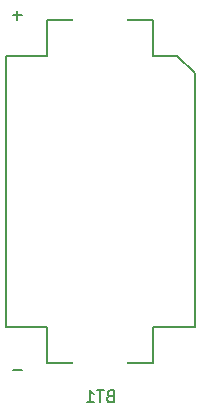
<source format=gbr>
G04 #@! TF.GenerationSoftware,KiCad,Pcbnew,(5.0.0)*
G04 #@! TF.CreationDate,2018-10-15T00:14:37+02:00*
G04 #@! TF.ProjectId,GettingToBlinky,47657474696E67546F426C696E6B792E,rev?*
G04 #@! TF.SameCoordinates,Original*
G04 #@! TF.FileFunction,Legend,Bot*
G04 #@! TF.FilePolarity,Positive*
%FSLAX46Y46*%
G04 Gerber Fmt 4.6, Leading zero omitted, Abs format (unit mm)*
G04 Created by KiCad (PCBNEW (5.0.0)) date 10/15/18 00:14:37*
%MOMM*%
%LPD*%
G01*
G04 APERTURE LIST*
%ADD10C,0.150000*%
%ADD11C,0.200000*%
%ADD12R,4.600000X3.400000*%
G04 APERTURE END LIST*
D10*
G04 #@! TO.C,BT1*
X190400000Y-103050000D02*
X185900000Y-103050000D01*
X190400000Y-106050000D02*
X190400000Y-103050000D01*
X190400000Y-129050000D02*
X193900000Y-129050000D01*
X190400000Y-132050000D02*
X190400000Y-129050000D01*
X181400000Y-132050000D02*
X190400000Y-132050000D01*
X181400000Y-129050000D02*
X181400000Y-132050000D01*
X177900000Y-129050000D02*
X181400000Y-129050000D01*
X177900000Y-117550000D02*
X177900000Y-129050000D01*
X177900000Y-106050000D02*
X177900000Y-117550000D01*
X181400000Y-106050000D02*
X177900000Y-106050000D01*
X181400000Y-103050000D02*
X181400000Y-106050000D01*
X185900000Y-103050000D02*
X181400000Y-103050000D01*
X193900000Y-107550000D02*
X192400000Y-106050000D01*
X192400000Y-106050000D02*
X190400000Y-106050000D01*
X193900000Y-129050000D02*
X193900000Y-107550000D01*
X186721714Y-134866571D02*
X186578857Y-134914190D01*
X186531238Y-134961809D01*
X186483619Y-135057047D01*
X186483619Y-135199904D01*
X186531238Y-135295142D01*
X186578857Y-135342761D01*
X186674095Y-135390380D01*
X187055047Y-135390380D01*
X187055047Y-134390380D01*
X186721714Y-134390380D01*
X186626476Y-134438000D01*
X186578857Y-134485619D01*
X186531238Y-134580857D01*
X186531238Y-134676095D01*
X186578857Y-134771333D01*
X186626476Y-134818952D01*
X186721714Y-134866571D01*
X187055047Y-134866571D01*
X186197904Y-134390380D02*
X185626476Y-134390380D01*
X185912190Y-135390380D02*
X185912190Y-134390380D01*
X184769333Y-135390380D02*
X185340761Y-135390380D01*
X185055047Y-135390380D02*
X185055047Y-134390380D01*
X185150285Y-134533238D01*
X185245523Y-134628476D01*
X185340761Y-134676095D01*
D11*
X179280952Y-102621428D02*
X178519047Y-102621428D01*
X178900000Y-103002380D02*
X178900000Y-102240476D01*
X179280952Y-132621428D02*
X178519047Y-132621428D01*
G04 #@! TD*
%LPC*%
D12*
G04 #@! TO.C,BT1*
X185900000Y-103050000D03*
X185900000Y-132050000D03*
G04 #@! TD*
M02*

</source>
